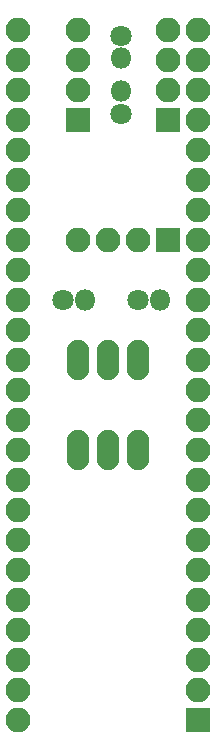
<source format=gbr>
G04 #@! TF.FileFunction,Soldermask,Bot*
%FSLAX46Y46*%
G04 Gerber Fmt 4.6, Leading zero omitted, Abs format (unit mm)*
G04 Created by KiCad (PCBNEW 4.0.6) date 10/26/17 08:41:42*
%MOMM*%
%LPD*%
G01*
G04 APERTURE LIST*
%ADD10C,0.100000*%
%ADD11R,2.100000X2.100000*%
%ADD12O,2.100000X2.100000*%
%ADD13O,1.910000X3.410000*%
%ADD14C,1.800000*%
%ADD15O,1.800000X1.800000*%
G04 APERTURE END LIST*
D10*
D11*
X6350000Y52070000D03*
D12*
X6350000Y54610000D03*
X6350000Y57150000D03*
X6350000Y59690000D03*
D11*
X13970000Y41910000D03*
D12*
X11430000Y41910000D03*
X8890000Y41910000D03*
X6350000Y41910000D03*
D11*
X13970000Y52070000D03*
D12*
X13970000Y54610000D03*
X13970000Y57150000D03*
X13970000Y59690000D03*
D13*
X6350000Y24130000D03*
X8890000Y24130000D03*
X11430000Y24130000D03*
X6350000Y31750000D03*
X8890000Y31750000D03*
X11430000Y31750000D03*
D14*
X5080000Y36830000D03*
D15*
X6980000Y36830000D03*
D14*
X10040000Y52580000D03*
D15*
X10040000Y54480000D03*
D14*
X11430000Y36830000D03*
D15*
X13330000Y36830000D03*
D14*
X10040000Y59200000D03*
D15*
X10040000Y57300000D03*
D11*
X16510000Y1270000D03*
D12*
X1270000Y1270000D03*
X16510000Y3810000D03*
X1270000Y3810000D03*
X16510000Y6350000D03*
X1270000Y6350000D03*
X16510000Y8890000D03*
X1270000Y8890000D03*
X16510000Y11430000D03*
X1270000Y11430000D03*
X16510000Y13970000D03*
X1270000Y13970000D03*
X16510000Y16510000D03*
X1270000Y16510000D03*
X16510000Y19050000D03*
X1270000Y19050000D03*
X16510000Y21590000D03*
X1270000Y21590000D03*
X16510000Y24130000D03*
X1270000Y24130000D03*
X16510000Y26670000D03*
X1270000Y26670000D03*
X16510000Y29210000D03*
X1270000Y29210000D03*
X16510000Y31750000D03*
X1270000Y31750000D03*
X16510000Y34290000D03*
X1270000Y34290000D03*
X16510000Y36830000D03*
X1270000Y36830000D03*
X16510000Y39370000D03*
X1270000Y39370000D03*
X16510000Y41910000D03*
X1270000Y41910000D03*
X16510000Y44450000D03*
X1270000Y44450000D03*
X16510000Y46990000D03*
X1270000Y46990000D03*
X16510000Y49530000D03*
X1270000Y49530000D03*
X16510000Y52070000D03*
X1270000Y52070000D03*
X16510000Y54610000D03*
X1270000Y54610000D03*
X16510000Y57150000D03*
X1270000Y57150000D03*
X16510000Y59690000D03*
X1270000Y59690000D03*
M02*

</source>
